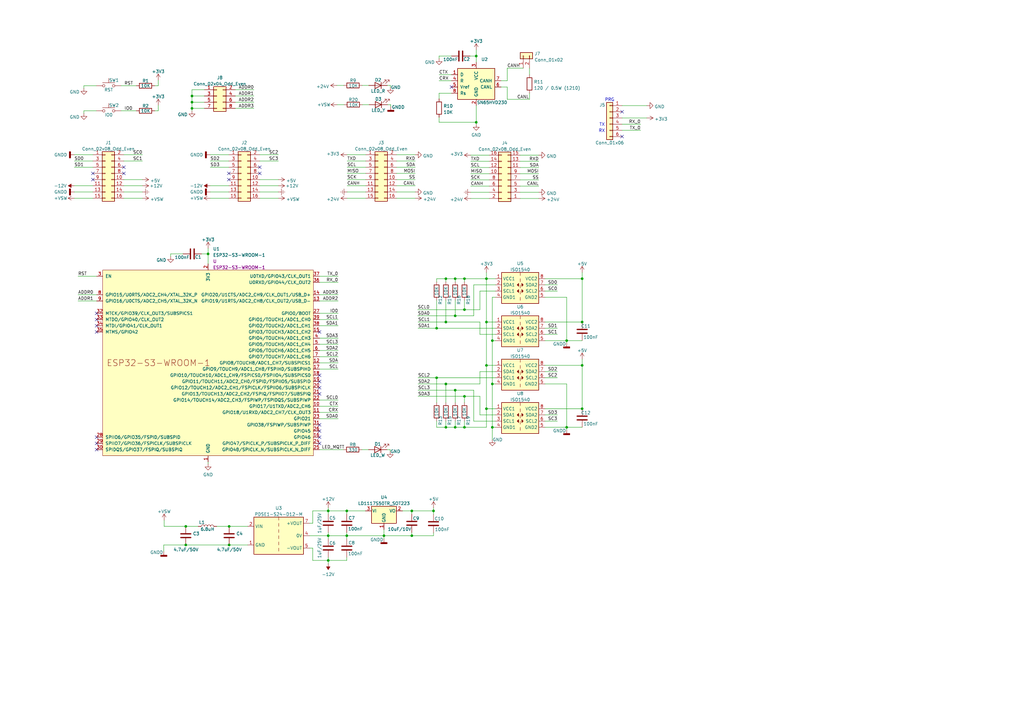
<source format=kicad_sch>
(kicad_sch (version 20211123) (generator eeschema)
  (paper "A3")
  (title_block (title "avert") (date "2023-06-29") (rev "2.1") (company "www.iotvertebrae.com") (comment 1 "Mechanical design: Xavier Pi") (comment 2 "Circuit & PCB design: Jordi Binefa"))
  (junction (at 190.5 162.56))
  (junction (at 142.24 219.71))
  (junction (at 190.5 127))
  (junction (at 195.326 50.165))
  (junction (at 182.88 157.48))
  (junction (at 76.2 215.9))
  (junction (at 201.93 175.26))
  (junction (at 201.93 139.7))
  (junction (at 186.69 129.54))
  (junction (at 179.07 134.62))
  (junction (at 186.69 175.26))
  (junction (at 199.517 132.08))
  (junction (at 238.76 167.64))
  (junction (at 168.91 209.55))
  (junction (at 186.69 160.02))
  (junction (at 199.517 167.64))
  (junction (at 93.98 223.52))
  (junction (at 182.88 132.08))
  (junction (at 134.62 229.87))
  (junction (at 182.88 175.26))
  (junction (at 142.24 209.55))
  (junction (at 199.517 149.86))
  (junction (at 232.41 139.7))
  (junction (at 134.62 209.55))
  (junction (at 93.98 215.9))
  (junction (at 157.48 219.71))
  (junction (at 179.07 154.94))
  (junction (at 238.76 132.08))
  (junction (at 78.74 39.37))
  (junction (at 76.2 223.52))
  (junction (at 182.88 114.3))
  (junction (at 85.344 104.14))
  (junction (at 168.91 219.71))
  (junction (at 177.8 209.55))
  (junction (at 238.76 114.3))
  (junction (at 134.62 219.71))
  (junction (at 186.69 114.3))
  (junction (at 78.74 44.45))
  (junction (at 190.5 114.3))
  (junction (at 238.76 149.86))
  (junction (at 232.41 175.26))
  (junction (at 199.517 114.3))
  (junction (at 195.326 22.987))
  (junction (at 78.74 41.91))
  (junction (at 201.93 157.48))
  (junction (at 190.5 175.26))
  (no_connect (at 131.064 136.144))
  (no_connect (at 39.624 179.324))
  (no_connect (at 38.1 73.66))
  (no_connect (at 131.064 174.244))
  (no_connect (at 255.143 45.847))
  (no_connect (at 255.143 56.007))
  (no_connect (at 39.624 128.524))
  (no_connect (at 131.064 159.004))
  (no_connect (at 50.8 68.58))
  (no_connect (at 93.853 73.66))
  (no_connect (at 131.064 153.924))
  (no_connect (at 39.624 184.404))
  (no_connect (at 106.553 71.12))
  (no_connect (at 39.624 131.064))
  (no_connect (at 38.1 71.12))
  (no_connect (at 39.624 136.144))
  (no_connect (at 39.624 133.604))
  (no_connect (at 39.624 181.864))
  (no_connect (at 50.8 71.12))
  (no_connect (at 106.553 68.58))
  (no_connect (at 131.064 176.784))
  (no_connect (at 131.064 179.324))
  (no_connect (at 131.064 161.544))
  (no_connect (at 93.853 71.12))
  (no_connect (at 131.064 181.864))
  (no_connect (at 131.064 156.464))
  (no_connect (at 185.166 35.687))
  (wire (pts (xy 78.74 44.45) (xy 83.82 44.45)))
  (wire (pts (xy 49.657 35.179) (xy 55.88 35.179)))
  (wire (pts (xy 149.987 66.04) (xy 142.367 66.04)))
  (wire (pts (xy 160.02 184.404) (xy 160.02 185.166)))
  (wire (pts (xy 177.8 208.28) (xy 177.8 209.55)))
  (wire (pts (xy 195.326 22.987) (xy 195.326 25.527)))
  (wire (pts (xy 223.52 175.26) (xy 232.41 175.26)))
  (wire (pts (xy 199.517 167.64) (xy 203.2 167.64)))
  (wire (pts (xy 200.66 63.627) (xy 193.04 63.627)))
  (wire (pts (xy 232.41 175.26) (xy 232.41 176.276)))
  (wire (pts (xy 142.24 229.87) (xy 134.62 229.87)))
  (wire (pts (xy 76.2 223.52) (xy 67.183 223.52)))
  (wire (pts (xy 149.86 209.55) (xy 142.24 209.55)))
  (wire (pts (xy 177.8 219.71) (xy 177.8 218.567)))
  (wire (pts (xy 134.62 208.28) (xy 134.62 209.55)))
  (wire (pts (xy 170.307 81.28) (xy 162.687 81.28)))
  (wire (pts (xy 182.88 123.19) (xy 182.88 132.08)))
  (wire (pts (xy 186.69 160.02) (xy 186.69 165.1)))
  (wire (pts (xy 34.417 45.466) (xy 34.417 46.482)))
  (wire (pts (xy 96.52 41.91) (xy 104.14 41.91)))
  (wire (pts (xy 142.24 228.6) (xy 142.24 229.87)))
  (wire (pts (xy 179.07 154.94) (xy 203.2 154.94)))
  (wire (pts (xy 131.064 184.404) (xy 140.843 184.404)))
  (wire (pts (xy 220.98 81.407) (xy 213.36 81.407)))
  (wire (pts (xy 142.24 218.44) (xy 142.24 219.71)))
  (wire (pts (xy 85.344 104.14) (xy 85.344 108.204)))
  (wire (pts (xy 223.52 152.4) (xy 228.6 152.4)))
  (wire (pts (xy 200.66 81.407) (xy 193.04 81.407)))
  (wire (pts (xy 50.8 76.2) (xy 58.42 76.2)))
  (wire (pts (xy 201.93 139.7) (xy 201.93 157.48)))
  (wire (pts (xy 182.88 157.48) (xy 196.85 157.48)))
  (wire (pts (xy 168.91 209.55) (xy 168.91 210.82)))
  (wire (pts (xy 238.76 111.76) (xy 238.76 114.3)))
  (wire (pts (xy 32.004 123.444) (xy 39.624 123.444)))
  (wire (pts (xy 170.307 78.74) (xy 162.687 78.74)))
  (wire (pts (xy 223.52 149.86) (xy 238.76 149.86)))
  (wire (pts (xy 138.303 42.926) (xy 141.097 42.926)))
  (wire (pts (xy 58.42 63.5) (xy 50.8 63.5)))
  (wire (pts (xy 170.307 73.66) (xy 162.687 73.66)))
  (wire (pts (xy 200.66 76.327) (xy 193.04 76.327)))
  (wire (pts (xy 149.987 73.66) (xy 142.367 73.66)))
  (wire (pts (xy 128.27 214.63) (xy 128.27 209.55)))
  (wire (pts (xy 131.064 131.064) (xy 138.684 131.064)))
  (wire (pts (xy 203.2 170.18) (xy 196.85 170.18)))
  (wire (pts (xy 201.93 121.92) (xy 203.2 121.92)))
  (wire (pts (xy 134.62 219.71) (xy 142.24 219.71)))
  (wire (pts (xy 128.27 209.55) (xy 134.62 209.55)))
  (wire (pts (xy 196.85 137.16) (xy 196.85 132.08)))
  (wire (pts (xy 69.977 104.14) (xy 69.977 105.156)))
  (wire (pts (xy 78.74 41.91) (xy 78.74 44.45)))
  (wire (pts (xy 93.853 78.74) (xy 86.233 78.74)))
  (wire (pts (xy 78.74 41.91) (xy 83.82 41.91)))
  (wire (pts (xy 232.41 139.7) (xy 232.41 121.92)))
  (wire (pts (xy 232.41 139.7) (xy 232.41 140.716)))
  (wire (pts (xy 255.143 53.467) (xy 262.763 53.467)))
  (wire (pts (xy 255.143 43.307) (xy 265.303 43.307)))
  (wire (pts (xy 190.5 172.72) (xy 190.5 175.26)))
  (wire (pts (xy 179.07 123.19) (xy 179.07 134.62)))
  (wire (pts (xy 168.91 219.71) (xy 168.91 218.44)))
  (wire (pts (xy 149.987 63.5) (xy 142.367 63.5)))
  (wire (pts (xy 82.677 104.14) (xy 85.344 104.14)))
  (wire (pts (xy 128.27 224.79) (xy 127 224.79)))
  (wire (pts (xy 131.064 166.624) (xy 138.684 166.624)))
  (wire (pts (xy 180.086 22.987) (xy 180.086 24.003)))
  (wire (pts (xy 179.07 154.94) (xy 179.07 165.1)))
  (wire (pts (xy 185.166 22.987) (xy 180.086 22.987)))
  (wire (pts (xy 78.74 36.83) (xy 78.74 39.37)))
  (wire (pts (xy 220.98 63.627) (xy 213.36 63.627)))
  (wire (pts (xy 131.064 143.764) (xy 138.684 143.764)))
  (wire (pts (xy 182.88 132.08) (xy 196.85 132.08)))
  (wire (pts (xy 232.41 175.26) (xy 232.41 157.48)))
  (wire (pts (xy 223.52 172.72) (xy 228.6 172.72)))
  (wire (pts (xy 205.486 33.147) (xy 208.026 33.147)))
  (wire (pts (xy 190.5 123.19) (xy 190.5 127)))
  (wire (pts (xy 131.064 164.084) (xy 138.684 164.084)))
  (wire (pts (xy 223.52 170.18) (xy 228.6 170.18)))
  (wire (pts (xy 223.52 154.94) (xy 228.6 154.94)))
  (wire (pts (xy 63.5 45.466) (xy 64.897 45.466)))
  (wire (pts (xy 223.52 167.64) (xy 238.76 167.64)))
  (wire (pts (xy 93.853 63.5) (xy 86.233 63.5)))
  (wire (pts (xy 238.76 149.86) (xy 238.76 167.64)))
  (wire (pts (xy 171.323 129.54) (xy 186.69 129.54)))
  (wire (pts (xy 223.52 116.84) (xy 228.6 116.84)))
  (wire (pts (xy 131.064 141.224) (xy 138.684 141.224)))
  (wire (pts (xy 199.517 114.3) (xy 203.2 114.3)))
  (wire (pts (xy 196.85 162.56) (xy 196.85 170.18)))
  (wire (pts (xy 223.52 139.7) (xy 232.41 139.7)))
  (wire (pts (xy 58.42 66.04) (xy 50.8 66.04)))
  (wire (pts (xy 127 214.63) (xy 128.27 214.63)))
  (wire (pts (xy 182.88 114.3) (xy 182.88 115.57)))
  (wire (pts (xy 200.66 78.867) (xy 193.04 78.867)))
  (wire (pts (xy 223.52 119.38) (xy 228.6 119.38)))
  (wire (pts (xy 220.98 68.707) (xy 213.36 68.707)))
  (wire (pts (xy 114.173 73.66) (xy 106.553 73.66)))
  (wire (pts (xy 39.497 35.179) (xy 34.417 35.179)))
  (wire (pts (xy 182.88 172.72) (xy 182.88 175.26)))
  (wire (pts (xy 179.07 175.26) (xy 182.88 175.26)))
  (wire (pts (xy 149.987 78.74) (xy 142.367 78.74)))
  (wire (pts (xy 186.69 114.3) (xy 190.5 114.3)))
  (wire (pts (xy 58.42 81.28) (xy 50.8 81.28)))
  (wire (pts (xy 134.62 219.71) (xy 134.62 220.98)))
  (wire (pts (xy 38.1 66.04) (xy 30.48 66.04)))
  (wire (pts (xy 180.086 30.607) (xy 185.166 30.607)))
  (wire (pts (xy 96.52 36.83) (xy 104.14 36.83)))
  (wire (pts (xy 203.2 119.38) (xy 196.85 119.38)))
  (wire (pts (xy 179.07 134.62) (xy 203.2 134.62)))
  (wire (pts (xy 186.69 114.3) (xy 186.69 115.57)))
  (wire (pts (xy 76.2 215.9) (xy 81.28 215.9)))
  (wire (pts (xy 134.62 218.44) (xy 134.62 219.71)))
  (wire (pts (xy 179.07 115.57) (xy 179.07 114.3)))
  (wire (pts (xy 170.307 63.5) (xy 162.687 63.5)))
  (wire (pts (xy 131.064 133.604) (xy 138.684 133.604)))
  (wire (pts (xy 158.877 35.052) (xy 160.147 35.052)))
  (wire (pts (xy 114.173 66.04) (xy 106.553 66.04)))
  (wire (pts (xy 180.086 48.133) (xy 180.086 50.165)))
  (wire (pts (xy 64.897 43.18) (xy 64.897 45.466)))
  (wire (pts (xy 157.48 217.17) (xy 157.48 219.71)))
  (wire (pts (xy 134.62 209.55) (xy 134.62 210.82)))
  (wire (pts (xy 171.45 132.08) (xy 182.88 132.08)))
  (wire (pts (xy 93.853 68.58) (xy 86.233 68.58)))
  (wire (pts (xy 38.1 63.5) (xy 30.48 63.5)))
  (wire (pts (xy 131.064 171.704) (xy 138.684 171.704)))
  (wire (pts (xy 131.064 169.164) (xy 138.684 169.164)))
  (wire (pts (xy 157.48 219.71) (xy 157.48 220.98)))
  (wire (pts (xy 93.98 223.52) (xy 101.6 223.52)))
  (wire (pts (xy 190.5 162.56) (xy 190.5 165.1)))
  (wire (pts (xy 180.086 33.147) (xy 185.166 33.147)))
  (wire (pts (xy 182.88 114.3) (xy 186.69 114.3)))
  (wire (pts (xy 88.9 215.9) (xy 93.98 215.9)))
  (wire (pts (xy 208.026 40.767) (xy 208.026 35.687)))
  (wire (pts (xy 194.31 172.72) (xy 203.2 172.72)))
  (wire (pts (xy 134.62 229.87) (xy 128.27 229.87)))
  (wire (pts (xy 200.66 73.787) (xy 193.04 73.787)))
  (wire (pts (xy 168.91 219.71) (xy 177.8 219.71)))
  (wire (pts (xy 200.66 66.167) (xy 193.04 66.167)))
  (wire (pts (xy 32.004 113.284) (xy 39.624 113.284)))
  (wire (pts (xy 38.1 68.58) (xy 30.48 68.58)))
  (wire (pts (xy 238.76 114.3) (xy 238.76 132.08)))
  (wire (pts (xy 131.064 151.384) (xy 138.684 151.384)))
  (wire (pts (xy 49.657 45.466) (xy 55.88 45.466)))
  (wire (pts (xy 199.517 167.64) (xy 199.517 175.26)))
  (wire (pts (xy 203.2 175.26) (xy 201.93 175.26)))
  (wire (pts (xy 223.52 137.16) (xy 228.6 137.16)))
  (wire (pts (xy 177.8 209.55) (xy 177.8 210.947)))
  (wire (pts (xy 208.026 27.94) (xy 208.026 33.147)))
  (wire (pts (xy 58.42 73.66) (xy 50.8 73.66)))
  (wire (pts (xy 78.74 39.37) (xy 83.82 39.37)))
  (wire (pts (xy 149.987 68.58) (xy 142.367 68.58)))
  (wire (pts (xy 85.344 189.484) (xy 85.344 190.246)))
  (wire (pts (xy 190.5 114.3) (xy 199.517 114.3)))
  (wire (pts (xy 220.98 78.867) (xy 213.36 78.867)))
  (wire (pts (xy 142.24 209.55) (xy 134.62 209.55)))
  (wire (pts (xy 38.1 76.2) (xy 30.48 76.2)))
  (wire (pts (xy 255.143 48.387) (xy 265.303 48.387)))
  (wire (pts (xy 223.52 132.08) (xy 238.76 132.08)))
  (wire (pts (xy 199.517 132.08) (xy 199.517 149.86)))
  (wire (pts (xy 182.88 157.48) (xy 182.88 165.1)))
  (wire (pts (xy 131.064 115.824) (xy 138.684 115.824)))
  (wire (pts (xy 64.897 32.893) (xy 64.897 35.179)))
  (wire (pts (xy 157.48 219.71) (xy 168.91 219.71)))
  (wire (pts (xy 93.98 215.9) (xy 101.6 215.9)))
  (wire (pts (xy 32.004 120.904) (xy 39.624 120.904)))
  (wire (pts (xy 199.517 111.76) (xy 199.517 114.3)))
  (wire (pts (xy 131.064 120.904) (xy 138.684 120.904)))
  (wire (pts (xy 168.91 209.55) (xy 177.8 209.55)))
  (wire (pts (xy 93.853 66.04) (xy 86.233 66.04)))
  (wire (pts (xy 170.307 68.58) (xy 162.687 68.58)))
  (wire (pts (xy 165.1 209.55) (xy 168.91 209.55)))
  (wire (pts (xy 128.27 229.87) (xy 128.27 224.79)))
  (wire (pts (xy 194.31 116.84) (xy 194.31 129.54)))
  (wire (pts (xy 203.2 152.4) (xy 196.85 152.4)))
  (wire (pts (xy 195.326 20.447) (xy 195.326 22.987)))
  (wire (pts (xy 195.326 50.165) (xy 195.326 50.927)))
  (wire (pts (xy 199.517 149.86) (xy 203.2 149.86)))
  (wire (pts (xy 39.497 45.466) (xy 34.417 45.466)))
  (wire (pts (xy 223.52 134.62) (xy 228.6 134.62)))
  (wire (pts (xy 85.344 101.854) (xy 85.344 104.14)))
  (wire (pts (xy 199.517 132.08) (xy 203.2 132.08)))
  (wire (pts (xy 171.45 162.56) (xy 190.5 162.56)))
  (wire (pts (xy 160.274 42.926) (xy 160.274 43.688)))
  (wire (pts (xy 208.026 35.687) (xy 205.486 35.687)))
  (wire (pts (xy 159.004 42.926) (xy 160.274 42.926)))
  (wire (pts (xy 208.026 40.767) (xy 217.17 40.767)))
  (wire (pts (xy 142.24 219.71) (xy 142.24 220.98)))
  (wire (pts (xy 96.52 39.37) (xy 104.14 39.37)))
  (wire (pts (xy 223.52 114.3) (xy 238.76 114.3)))
  (wire (pts (xy 83.82 36.83) (xy 78.74 36.83)))
  (wire (pts (xy 232.41 121.92) (xy 223.52 121.92)))
  (wire (pts (xy 190.5 162.56) (xy 196.85 162.56)))
  (wire (pts (xy 186.69 175.26) (xy 190.5 175.26)))
  (wire (pts (xy 195.326 43.307) (xy 195.326 50.165)))
  (wire (pts (xy 131.064 123.444) (xy 138.684 123.444)))
  (wire (pts (xy 171.45 154.94) (xy 179.07 154.94)))
  (wire (pts (xy 185.166 38.227) (xy 180.086 38.227)))
  (wire (pts (xy 232.41 175.26) (xy 238.76 175.26)))
  (wire (pts (xy 238.76 147.32) (xy 238.76 149.86)))
  (wire (pts (xy 203.2 137.16) (xy 196.85 137.16)))
  (wire (pts (xy 201.93 139.7) (xy 201.93 121.92)))
  (wire (pts (xy 76.2 215.9) (xy 67.31 215.9)))
  (wire (pts (xy 78.74 39.37) (xy 78.74 41.91)))
  (wire (pts (xy 93.853 81.28) (xy 86.233 81.28)))
  (wire (pts (xy 171.45 160.02) (xy 186.69 160.02)))
  (wire (pts (xy 199.517 114.3) (xy 199.517 132.08)))
  (wire (pts (xy 131.064 148.844) (xy 138.684 148.844)))
  (wire (pts (xy 255.143 50.927) (xy 262.763 50.927)))
  (wire (pts (xy 134.62 229.87) (xy 134.62 231.14)))
  (wire (pts (xy 186.69 172.72) (xy 186.69 175.26)))
  (wire (pts (xy 213.36 76.327) (xy 220.98 76.327)))
  (wire (pts (xy 171.45 157.48) (xy 182.88 157.48)))
  (wire (pts (xy 201.93 157.48) (xy 201.93 175.26)))
  (wire (pts (xy 217.17 38.227) (xy 217.17 40.767)))
  (wire (pts (xy 142.24 209.55) (xy 142.24 210.82)))
  (wire (pts (xy 149.987 76.2) (xy 142.367 76.2)))
  (wire (pts (xy 200.66 71.247) (xy 193.04 71.247)))
  (wire (pts (xy 93.853 76.2) (xy 86.233 76.2)))
  (wire (pts (xy 75.057 104.14) (xy 69.977 104.14)))
  (wire (pts (xy 58.42 78.74) (xy 50.8 78.74)))
  (wire (pts (xy 34.417 35.179) (xy 34.417 36.195)))
  (wire (pts (xy 171.323 127) (xy 190.5 127)))
  (wire (pts (xy 203.2 116.84) (xy 194.31 116.84)))
  (wire (pts (xy 217.17 27.94) (xy 217.17 30.607)))
  (wire (pts (xy 220.98 71.247) (xy 213.36 71.247)))
  (wire (pts (xy 158.75 184.404) (xy 160.02 184.404)))
  (wire (pts (xy 192.786 22.987) (xy 195.326 22.987)))
  (wire (pts (xy 199.517 175.26) (xy 190.5 175.26)))
  (wire (pts (xy 201.93 157.48) (xy 203.2 157.48)))
  (wire (pts (xy 131.064 113.284) (xy 138.684 113.284)))
  (wire (pts (xy 114.173 78.74) (xy 106.553 78.74)))
  (wire (pts (xy 67.183 223.52) (xy 67.183 226.187)))
  (wire (pts (xy 170.307 66.04) (xy 162.687 66.04)))
  (wire (pts (xy 38.1 78.74) (xy 30.48 78.74)))
  (wire (pts (xy 201.93 139.7) (xy 203.2 139.7)))
  (wire (pts (xy 186.69 160.02) (xy 194.31 160.02)))
  (wire (pts (xy 199.517 149.86) (xy 199.517 167.64)))
  (wire (pts (xy 179.07 172.72) (xy 179.07 175.26)))
  (wire (pts (xy 131.064 128.524) (xy 138.684 128.524)))
  (wire (pts (xy 232.41 139.7) (xy 238.76 139.7)))
  (wire (pts (xy 170.307 71.12) (xy 162.687 71.12)))
  (wire (pts (xy 201.93 175.26) (xy 201.93 180.34)))
  (wire (pts (xy 214.63 27.94) (xy 208.026 27.94)))
  (wire (pts (xy 220.98 73.787) (xy 213.36 73.787)))
  (wire (pts (xy 149.987 71.12) (xy 142.367 71.12)))
  (wire (pts (xy 200.66 68.707) (xy 193.04 68.707)))
  (wire (pts (xy 194.31 160.02) (xy 194.31 172.72)))
  (wire (pts (xy 220.98 66.167) (xy 213.36 66.167)))
  (wire (pts (xy 162.687 76.2) (xy 170.307 76.2)))
  (wire (pts (xy 148.717 42.926) (xy 151.384 42.926)))
  (wire (pts (xy 149.987 81.28) (xy 142.367 81.28)))
  (wire (pts (xy 148.59 35.052) (xy 151.257 35.052)))
  (wire (pts (xy 179.07 114.3) (xy 182.88 114.3)))
  (wire (pts (xy 186.69 123.19) (xy 186.69 129.54)))
  (wire (pts (xy 96.52 44.45) (xy 104.14 44.45)))
  (wire (pts (xy 171.45 134.62) (xy 179.07 134.62)))
  (wire (pts (xy 180.086 38.227) (xy 180.086 40.513)))
  (wire (pts (xy 160.147 35.052) (xy 160.147 35.814)))
  (wire (pts (xy 63.5 35.179) (xy 64.897 35.179)))
  (wire (pts (xy 180.086 50.165) (xy 195.326 50.165)))
  (wire (pts (xy 76.2 223.52) (xy 93.98 223.52)))
  (wire (pts (xy 67.31 215.9) (xy 67.31 213.36)))
  (wire (pts (xy 190.5 127) (xy 196.85 127)))
  (wire (pts (xy 38.1 81.28) (xy 30.48 81.28)))
  (wire (pts (xy 106.553 76.2) (xy 114.173 76.2)))
  (wire (pts (xy 142.24 219.71) (xy 157.48 219.71)))
  (wire (pts (xy 186.69 129.54) (xy 194.31 129.54)))
  (wire (pts (xy 196.85 119.38) (xy 196.85 127)))
  (wire (pts (xy 232.41 157.48) (xy 223.52 157.48)))
  (wire (pts (xy 131.064 146.304) (xy 138.684 146.304)))
  (wire (pts (xy 127 219.71) (xy 134.62 219.71)))
  (wire (pts (xy 190.5 114.3) (xy 190.5 115.57)))
  (wire (pts (xy 134.62 229.87) (xy 134.62 228.6)))
  (wire (pts (xy 114.173 81.28) (xy 106.553 81.28)))
  (wire (pts (xy 78.74 44.45) (xy 78.74 45.466)))
  (wire (pts (xy 138.176 35.052) (xy 140.97 35.052)))
  (wire (pts (xy 114.173 63.5) (xy 106.553 63.5)))
  (wire (pts (xy 182.88 175.26) (xy 186.69 175.26)))
  (wire (pts (xy 131.064 138.684) (xy 138.684 138.684)))
  (wire (pts (xy 196.85 152.4) (xy 196.85 157.48)))
  (wire (pts (xy 148.463 184.404) (xy 151.13 184.404)))
  (text "RX" (at 245.491 54.483 0) (effects (font (size 1.27 1.27)) (justify left bottom)))
  (text "TX" (at 245.745 51.943 0) (effects (font (size 1.27 1.27)) (justify left bottom)))
  (text "PRG" (at 248.031 41.783 0) (effects (font (size 1.27 1.27)) (justify left bottom)))
  (label "SCK" (at 142.367 73.66 0))
  (label "SCL3" (at 171.45 160.02 0))
  (label "CANH" (at 193.04 76.327 0))
  (label "SD2" (at 86.233 66.04 0))
  (label "TXD" (at 193.04 66.167 0))
  (label "RX_0" (at 138.684 115.824 180))
  (label "ADDR0" (at 104.14 36.83 180))
  (label "TXD" (at 142.367 66.04 0))
  (label "SS" (at 220.98 73.787 180))
  (label "CANH" (at 208.026 27.94 0))
  (label "SC3" (at 114.173 66.04 180))
  (label "SCL3" (at 138.684 141.224 180))
  (label "ADDR3" (at 138.684 120.904 180))
  (label "RXD" (at 220.98 66.167 180))
  (label "RST" (at 32.004 113.284 0))
  (label "TX_0" (at 138.684 113.284 180))
  (label "ADDR1" (at 104.14 39.37 180))
  (label "ADDR2" (at 138.684 123.444 180))
  (label "SD3" (at 86.233 68.58 0))
  (label "SCL1" (at 171.45 132.08 0))
  (label "SD0" (at 30.48 66.04 0))
  (label "ADDR2" (at 104.14 41.91 180))
  (label "SDA2" (at 171.45 157.48 0))
  (label "SDA3" (at 138.684 138.684 180))
  (label "SCL" (at 193.04 68.707 0))
  (label "SC2" (at 114.173 63.5 180))
  (label "RST" (at 54.61 35.179 180))
  (label "SD1" (at 30.48 68.58 0))
  (label "SDA2" (at 138.684 143.764 180))
  (label "SD1" (at 228.6 134.62 180))
  (label "SCL2" (at 138.684 146.304 180))
  (label "SD3" (at 228.6 170.18 180))
  (label "SC0" (at 58.42 63.5 180))
  (label "SC1" (at 58.42 66.04 180))
  (label "LED_MQTT" (at 131.953 184.404 0))
  (label "SCL2" (at 171.45 154.94 0))
  (label "SC2" (at 228.6 154.94 180))
  (label "SCL1" (at 138.684 131.064 180))
  (label "SC1" (at 228.6 137.16 180))
  (label "SCL0" (at 138.684 164.084 180))
  (label "MOSI" (at 170.307 71.12 180))
  (label "SCK" (at 193.04 73.787 0))
  (label "IO0" (at 138.684 128.524 180))
  (label "SDA1" (at 138.684 133.604 180))
  (label "ADDR0" (at 32.004 120.904 0))
  (label "SDA3" (at 171.45 162.56 0))
  (label "CRX" (at 180.086 33.147 0))
  (label "MISO" (at 142.367 71.12 0))
  (label "MOSI" (at 220.98 71.247 180))
  (label "CRX" (at 138.684 169.164 180))
  (label "SDA" (at 138.684 148.844 180))
  (label "RX_0" (at 262.763 50.927 180))
  (label "SCL0" (at 171.323 127 0))
  (label "RXD" (at 170.307 66.04 180))
  (label "SC3" (at 228.6 172.72 180))
  (label "CANH" (at 142.367 76.2 0))
  (label "SDA1" (at 171.45 134.62 0))
  (label "TX_0" (at 262.763 53.467 180))
  (label "CTX" (at 180.086 30.607 0))
  (label "CANL" (at 170.307 76.2 180))
  (label "ADDR3" (at 104.14 44.45 180))
  (label "SC0" (at 228.6 119.38 180))
  (label "MISO" (at 193.04 71.247 0))
  (label "SDA" (at 220.98 68.707 180))
  (label "SS" (at 170.307 73.66 180))
  (label "IO0" (at 54.356 45.466 180))
  (label "SCL" (at 138.684 151.384 180))
  (label "CANL" (at 220.98 76.327 180))
  (label "CANL" (at 212.09 40.767 0))
  (label "SDA0" (at 138.684 171.704 180))
  (label "SDA" (at 170.307 68.58 180))
  (label "CTX" (at 138.684 166.624 180))
  (label "SD2" (at 228.6 152.4 180))
  (label "SCL" (at 142.367 68.58 0))
  (label "SDA0" (at 171.323 129.54 0))
  (label "SD0" (at 228.6 116.84 180))
  (label "ADDR1" (at 32.004 123.444 0))
  (symbol (lib_id "ecat02_Library:PDSE1-S24-D12-M") (at 114.3 219.71 0) (unit 1)
    (property "Reference" "U3" (at 114.3 208.3902 0))
    (property "Value" "PDSE1-S24-D12-M" (at 114.3 210.9271 0))
    (property "Footprint" "Cui_Converter_DCDC:PDESE1-S24-D12-M" (effects hide))
    (property "Datasheet" "https://www.cui.com/product/resource/pdse1-m.pdf" (effects hide))
  )
  (symbol (lib_id "Connector_Generic:Conn_02x04_Odd_Even") (at 88.9 39.37 0) (unit 1)
    (property "Reference" "J8" (at 90.17 31.8602 0))
    (property "Value" "Conn_02x04_Odd_Even" (at 90.17 34.3971 0))
    (property "Footprint" "Connector_PinHeader_2.54mm:PinHeader_2x04_P2.54mm_Vertical" (effects hide))
  )
  (symbol (lib_id "power:+5V") (at 238.76 111.76 0) (unit 1)
    (property "Reference" "#PWR060" (effects hide))
    (property "Value" "+5V" (at 238.76 108.1842 0))
  )
  (symbol (lib_id "Connector_Generic:Conn_01x06") (at 250.063 48.387 0) (mirror y) (unit 1)
    (property "Reference" "J5" (at 247.015 43.053 0))
    (property "Value" "Conn_01x06" (at 250.063 58.547 0))
    (property "Footprint" "Connector_PinSocket_2.54mm:PinSocket_1x06_P2.54mm_Vertical" (effects hide))
  )
  (symbol (lib_id "Regulator_Linear:LD1117S50TR_SOT223") (at 157.48 209.55 0) (unit 1)
    (property "Reference" "U4" (at 157.48 203.9452 0))
    (property "Value" "LD1117S50TR_SOT223" (at 157.48 206.4821 0))
    (property "Footprint" "Package_TO_SOT_SMD:SOT-223-3_TabPin2" (effects hide))
    (property "Datasheet" "http://www.st.com/st-web-ui/static/active/en/resource/technical/document/datasheet/CD00000544.pdf" (effects hide))
  )
  (symbol (lib_id "Device:R") (at 144.907 42.926 90) (unit 1)
    (property "Reference" "R20" (at 144.907 40.894 90))
    (property "Value" "10K" (at 145.034 43.053 90))
    (property "Footprint" "Resistor_SMD:R_0805_2012Metric_Pad1.20x1.40mm_HandSolder" (effects hide))
  )
  (symbol (lib_id "power:+3V3") (at 142.367 63.5 90) (unit 1)
    (property "Reference" "#PWR029" (effects hide))
    (property "Value" "+3V3" (at 139.192 63.0662 90) (effects (justify left)))
  )
  (symbol (lib_id "power:GNDD") (at 30.48 78.74 270) (unit 1)
    (property "Reference" "#PWR03" (effects hide))
    (property "Value" "GNDD" (at 24.892 78.74 90))
  )
  (symbol (lib_id "Connector_Generic:Conn_02x08_Odd_Even") (at 43.18 71.12 0) (unit 1)
    (property "Reference" "J1" (at 44.45 58.5302 0))
    (property "Value" "Conn_02x08_Odd_Even" (at 44.45 61.0671 0))
    (property "Footprint" "Connector_IDC:IDC-Header_2x08_P2.54mm_Vertical" (effects hide))
  )
  (symbol (lib_id "power:-12V") (at 134.62 231.14 180) (unit 1)
    (property "Reference" "#PWR053" (effects hide))
    (property "Value" "-12V" (at 134.62 235.5834 0))
  )
  (symbol (lib_id "Device:C") (at 188.976 22.987 90) (unit 1)
    (property "Reference" "C2" (at 191.389 24.257 90))
    (property "Value" "100nF" (at 184.785 24.384 90))
    (property "Footprint" "Capacitor_SMD:C_0805_2012Metric_Pad1.18x1.45mm_HandSolder" (effects hide))
  )
  (symbol (lib_id "power:GND") (at 34.417 36.195 0) (unit 1)
    (property "Reference" "#PWR05" (effects hide))
    (property "Value" "GND" (at 30.607 37.719 0))
  )
  (symbol (lib_id "power:+VSW") (at 138.303 42.926 90) (unit 1)
    (property "Reference" "#PWR0101" (effects hide))
    (property "Value" "+VSW" (at 130.048 42.926 90) (effects (justify right)))
  )
  (symbol (lib_id "Device:C") (at 134.62 224.79 0) (unit 1)
    (property "Reference" "C6" (at 135.001 222.758 0) (effects (justify left)))
    (property "Value" "1uF/25V" (at 131.064 228.981 90) (effects (justify left)))
    (property "Footprint" "Capacitor_SMD:C_0805_2012Metric_Pad1.18x1.45mm_HandSolder" (effects hide))
  )
  (symbol (lib_id "power:GND") (at 220.98 78.867 90) (unit 1)
    (property "Reference" "#PWR044" (effects hide))
    (property "Value" "GND" (at 224.155 79.3008 90) (effects (justify right)))
  )
  (symbol (lib_id "power:+5V") (at 114.173 73.66 270) (unit 1)
    (property "Reference" "#PWR026" (effects hide))
    (property "Value" "+5V" (at 117.348 74.0938 90) (effects (justify left)))
  )
  (symbol (lib_id "power:GND") (at 85.344 190.246 0) (unit 1)
    (property "Reference" "#PWR018" (effects hide))
    (property "Value" "GND" (at 85.344 194.6894 0))
  )
  (symbol (lib_id "power:Earth") (at 193.04 78.867 270) (unit 1)
    (property "Reference" "#PWR039" (effects hide))
    (property "Value" "Earth" (effects hide))
  )
  (symbol (lib_id "power:GNDD") (at 160.274 43.688 0) (unit 1)
    (property "Reference" "#PWR?" (effects hide))
    (property "Value" "GNDD" (at 163.322 43.942 0))
  )
  (symbol (lib_id "Device:R") (at 144.78 35.052 90) (unit 1)
    (property "Reference" "R9" (at 144.78 33.02 90))
    (property "Value" "10K" (at 144.907 35.179 90))
    (property "Footprint" "Resistor_SMD:R_0805_2012Metric_Pad1.20x1.40mm_HandSolder" (effects hide))
  )
  (symbol (lib_id "power:+24V") (at 138.176 35.052 90) (unit 1)
    (property "Reference" "#PWR028" (effects hide))
    (property "Value" "+24V" (at 135.001 35.4858 90) (effects (justify left)))
  )
  (symbol (lib_id "power:GND") (at 78.74 45.466 0) (unit 1)
    (property "Reference" "#PWR016" (effects hide))
    (property "Value" "GND" (at 74.93 46.99 0))
  )
  (symbol (lib_id "power:+24V") (at 142.367 81.28 90) (unit 1)
    (property "Reference" "#PWR031" (effects hide))
    (property "Value" "+24V" (at 139.192 81.7138 90) (effects (justify left)))
  )
  (symbol (lib_id "power:GND") (at 160.02 185.166 0) (unit 1)
    (property "Reference" "#PWR032" (effects hide))
    (property "Value" "GND" (at 162.179 185.166 0))
  )
  (symbol (lib_id "Device:C") (at 238.76 171.45 180) (unit 1)
    (property "Reference" "C12" (at 240.284 169.291 0))
    (property "Value" "100nF" (at 242.316 173.863 0))
    (property "Footprint" "Capacitor_SMD:C_0805_2012Metric_Pad1.18x1.45mm_HandSolder" (effects hide))
  )
  (symbol (lib_id "power:+5V") (at 177.8 208.28 0) (unit 1)
    (property "Reference" "#PWR055" (effects hide))
    (property "Value" "+5V" (at 177.8 204.7042 0))
  )
  (symbol (lib_id "Switch:SW_Push") (at 44.577 45.466 0) (unit 1)
    (property "Reference" "SW2" (at 46.736 43.18 0))
    (property "Value" "IO0" (at 44.577 47.117 0))
    (property "Footprint" "Button_Switch_SMD:SW_SPST_CK_RS282G05A3" (effects hide))
  )
  (symbol (lib_id "Device:R") (at 179.07 119.38 0) (unit 1)
    (property "Reference" "R12" (at 180.594 124.968 90) (effects (justify left)))
    (property "Value" "10K" (at 179.07 121.285 90) (effects (justify left)))
    (property "Footprint" "Resistor_SMD:R_0805_2012Metric_Pad1.20x1.40mm_HandSolder" (effects hide))
  )
  (symbol (lib_id "Device:LED") (at 154.94 184.404 180) (unit 1)
    (property "Reference" "D1" (at 154.94 182.118 0))
    (property "Value" "LED_W" (at 154.94 186.69 0))
    (property "Footprint" "LED_SMD:LED_1206_3216Metric_Pad1.42x1.75mm_HandSolder" (effects hide))
  )
  (symbol (lib_id "power:+5V") (at 238.76 147.32 0) (unit 1)
    (property "Reference" "#PWR061" (effects hide))
    (property "Value" "+5V" (at 238.76 143.7442 0))
  )
  (symbol (lib_id "Isolator:ISO1540") (at 213.36 152.4 0) (unit 1)
    (property "Reference" "U7" (at 213.36 143.6202 0))
    (property "Value" "ISO1540" (at 213.36 146.1571 0))
    (property "Footprint" "Package_SO:SOIC-8_3.9x4.9mm_P1.27mm" (effects hide))
    (property "Datasheet" "http://www.ti.com/lit/ds/symlink/iso1541.pdf" (effects hide))
  )
  (symbol (lib_id "Device:R") (at 186.69 119.38 0) (unit 1)
    (property "Reference" "R16" (at 188.214 124.968 90) (effects (justify left)))
    (property "Value" "10K" (at 186.69 121.285 90) (effects (justify left)))
    (property "Footprint" "Resistor_SMD:R_0805_2012Metric_Pad1.20x1.40mm_HandSolder" (effects hide))
  )
  (symbol (lib_id "power:GND") (at 180.086 24.003 0) (unit 1)
    (property "Reference" "#PWR037" (effects hide))
    (property "Value" "GND" (at 176.276 25.527 0))
  )
  (symbol (lib_id "power:+12V") (at 134.62 208.28 0) (unit 1)
    (property "Reference" "#PWR052" (effects hide))
    (property "Value" "+12V" (at 134.62 204.7042 0))
  )
  (symbol (lib_id "power:GND") (at 195.326 50.927 0) (unit 1)
    (property "Reference" "#PWR042" (effects hide))
    (property "Value" "GND" (at 195.326 55.3704 0))
  )
  (symbol (lib_id "Connector_Generic:Conn_02x08_Odd_Even") (at 98.933 71.12 0) (unit 1)
    (property "Reference" "J2" (at 100.203 58.5302 0))
    (property "Value" "Conn_02x08_Odd_Even" (at 100.203 61.0671 0))
    (property "Footprint" "Connector_IDC:IDC-Header_2x08_P2.54mm_Vertical" (effects hide))
  )
  (symbol (lib_id "Device:C") (at 134.62 214.63 0) (unit 1)
    (property "Reference" "C5" (at 135.001 212.471 0) (effects (justify left)))
    (property "Value" "1uF/25V" (at 131.064 218.821 90) (effects (justify left)))
    (property "Footprint" "Capacitor_SMD:C_0805_2012Metric_Pad1.18x1.45mm_HandSolder" (effects hide))
  )
  (symbol (lib_id "power:GND") (at 160.147 35.814 0) (unit 1)
    (property "Reference" "#PWR033" (effects hide))
    (property "Value" "GND" (at 162.306 35.814 0))
  )
  (symbol (lib_id "power:GNDD") (at 30.48 63.5 270) (unit 1)
    (property "Reference" "#PWR01" (effects hide))
    (property "Value" "GNDD" (at 24.892 63.5 90))
  )
  (symbol (lib_id "Device:R") (at 180.086 44.323 0) (unit 1)
    (property "Reference" "R10" (at 181.864 43.4883 0) (effects (justify left)))
    (property "Value" "10K" (at 181.864 46.0252 0) (effects (justify left)))
    (property "Footprint" "Resistor_SMD:R_0805_2012Metric_Pad1.20x1.40mm_HandSolder" (effects hide))
  )
  (symbol (lib_id "Interface_CAN_LIN:SN65HVD230") (at 195.326 33.147 0) (unit 1)
    (property "Reference" "U2" (at 197.3454 24.3672 0) (effects (justify left)))
    (property "Value" "SN65HVD230" (at 195.58 42.037 0) (effects (justify left)))
    (property "Footprint" "Package_SO:SOIC-8_3.9x4.9mm_P1.27mm" (effects hide))
    (property "Datasheet" "http://www.ti.com/lit/ds/symlink/sn65hvd230.pdf" (effects hide))
  )
  (symbol (lib_id "power:+VSW") (at 58.42 81.28 270) (unit 1)
    (property "Reference" "#PWR011" (effects hide))
    (property "Value" "+VSW" (at 61.595 81.7138 90) (effects (justify left)))
  )
  (symbol (lib_id "Device:R") (at 217.17 34.417 0) (unit 1)
    (property "Reference" "R11" (at 218.948 33.5823 0) (effects (justify left)))
    (property "Value" "120 / 0.5W (1210)" (at 218.948 36.1192 0) (effects (justify left)))
    (property "Footprint" "Resistor_SMD:R_1210_3225Metric_Pad1.30x2.65mm_HandSolder" (effects hide))
  )
  (symbol (lib_id "power:+12V") (at 114.173 76.2 270) (unit 1)
    (property "Reference" "#PWR027" (effects hide))
    (property "Value" "+12V" (at 122.428 76.2 90) (effects (justify right)))
  )
  (symbol (lib_id "power:+12V") (at 58.42 76.2 270) (unit 1)
    (property "Reference" "#PWR09" (effects hide))
    (property "Value" "+12V" (at 66.675 76.2 90) (effects (justify right)))
  )
  (symbol (lib_id "power:GND") (at 34.417 46.482 0) (unit 1)
    (property "Reference" "#PWR06" (effects hide))
    (property "Value" "GND" (at 30.607 48.006 0))
  )
  (symbol (lib_id "Device:R") (at 179.07 168.91 0) (unit 1)
    (property "Reference" "R13" (at 180.594 174.498 90) (effects (justify left)))
    (property "Value" "10K" (at 179.07 170.815 90) (effects (justify left)))
    (property "Footprint" "Resistor_SMD:R_0805_2012Metric_Pad1.20x1.40mm_HandSolder" (effects hide))
  )
  (symbol (lib_id "power:+3V3") (at 64.897 32.893 0) (unit 1)
    (property "Reference" "#PWR012" (effects hide))
    (property "Value" "+3V3" (at 64.897 29.3172 0))
  )
  (symbol (lib_id "Espressif:ESP32-S3-WROOM-1") (at 85.344 148.844 0) (unit 1)
    (property "Reference" "U1" (at 87.3634 102.0974 0) (effects (justify left)))
    (property "Value" "ESP32-S3-WROOM-1" (at 87.3634 104.6343 0) (effects (justify left)))
    (property "Footprint" "Espressif:ESP32-S3-WROOM-1U" (effects hide))
    (property "Reference_1" "U" (at 87.3634 107.1712 0) (effects (justify left)))
    (property "Value_1" "ESP32-S3-WROOM-1" (at 87.3634 109.7081 0) (effects (justify left)))
    (property "Footprint_1" "Espressif:ESP32-S3-WROOM-1" (effects hide))
    (property "Datasheet_1" "https://www.espressif.com/sites/default/files/documentation/esp32-s3-wroom-1_wroom-1u_datasheet_en.pdf" (effects hide))
  )
  (symbol (lib_id "Connector_Generic:Conn_02x08_Odd_Even") (at 155.067 71.12 0) (unit 1)
    (property "Reference" "J3" (at 156.337 58.5302 0))
    (property "Value" "Conn_02x08_Odd_Even" (at 156.337 61.0671 0))
    (property "Footprint" "Connector_IDC:IDC-Header_2x08_P2.54mm_Vertical" (effects hide))
  )
  (symbol (lib_id "power:GNDD") (at 86.233 63.5 270) (unit 1)
    (property "Reference" "#PWR021" (effects hide))
    (property "Value" "GNDD" (at 80.645 63.5 90))
  )
  (symbol (lib_id "power:GNDD") (at 232.41 176.276 0) (unit 1)
    (property "Reference" "#PWR059" (effects hide))
    (property "Value" "GNDD" (at 229.489 176.657 0))
  )
  (symbol (lib_id "Device:C") (at 177.8 214.757 0) (unit 1)
    (property "Reference" "C10" (at 178.181 212.725 0) (effects (justify left)))
    (property "Value" "100nF" (at 178.308 217.17 0) (effects (justify left)))
    (property "Footprint" "Capacitor_SMD:C_0805_2012Metric_Pad1.18x1.45mm_HandSolder" (effects hide))
  )
  (symbol (lib_id "power:GNDD") (at 157.48 220.98 0) (unit 1)
    (property "Reference" "#PWR054" (effects hide))
    (property "Value" "GNDD" (at 154.559 221.361 0))
  )
  (symbol (lib_id "power:+VSW") (at 30.48 81.28 90) (unit 1)
    (property "Reference" "#PWR04" (effects hide))
    (property "Value" "+VSW" (at 22.098 81.28 90) (effects (justify right)))
  )
  (symbol (lib_id "Device:C") (at 168.91 214.63 0) (unit 1)
    (property "Reference" "C9" (at 169.291 212.598 0) (effects (justify left)))
    (property "Value" "10uF/10V" (at 159.004 217.043 0) (effects (justify left)))
    (property "Footprint" "Capacitor_SMD:C_0805_2012Metric_Pad1.18x1.45mm_HandSolder" (effects hide))
  )
  (symbol (lib_id "Device:R") (at 190.5 168.91 0) (unit 1)
    (property "Reference" "R19" (at 192.024 174.498 90) (effects (justify left)))
    (property "Value" "10K" (at 190.5 170.815 90) (effects (justify left)))
    (property "Footprint" "Resistor_SMD:R_0805_2012Metric_Pad1.20x1.40mm_HandSolder" (effects hide))
  )
  (symbol (lib_id "Device:LED") (at 155.067 35.052 180) (unit 1)
    (property "Reference" "D2" (at 155.067 32.766 0))
    (property "Value" "LED_R" (at 155.067 37.338 0))
    (property "Footprint" "LED_SMD:LED_1206_3216Metric_Pad1.42x1.75mm_HandSolder" (effects hide))
  )
  (symbol (lib_id "power:Earth") (at 142.367 78.74 270) (unit 1)
    (property "Reference" "#PWR030" (effects hide))
    (property "Value" "Earth" (effects hide))
  )
  (symbol (lib_id "Device:L") (at 85.09 215.9 90) (unit 1)
    (property "Reference" "L1" (at 82.804 214.249 90))
    (property "Value" "6.8uH" (at 85.09 217.043 90))
    (property "Footprint" "Inductor_SMD:L_Bourns_SRP7028A_7.3x6.6mm" (effects hide))
  )
  (symbol (lib_id "power:+3V3") (at 193.04 63.627 90) (unit 1)
    (property "Reference" "#PWR038" (effects hide))
    (property "Value" "+3V3" (at 189.865 63.1932 90) (effects (justify left)))
  )
  (symbol (lib_id "Connector_Generic:Conn_02x08_Odd_Even") (at 208.28 73.787 180) (unit 1)
    (property "Reference" "J4" (at 207.01 58.6572 0))
    (property "Value" "Conn_02x08_Odd_Even" (at 207.01 61.1941 0))
    (property "Footprint" "Connector_IDC:IDC-Header_2x08_P2.54mm_Vertical" (effects hide))
  )
  (symbol (lib_id "power:+3V3") (at 265.303 48.387 270) (unit 1)
    (property "Reference" "#PWR047" (effects hide))
    (property "Value" "+3V3" (at 268.478 48.8208 90) (effects (justify left)))
  )
  (symbol (lib_id "power:+3V3") (at 64.897 43.18 0) (unit 1)
    (property "Reference" "#PWR013" (effects hide))
    (property "Value" "+3V3" (at 64.897 39.6042 0))
  )
  (symbol (lib_id "power:GNDD") (at 67.183 226.187 0) (unit 1)
    (property "Reference" "#PWR019" (effects hide))
    (property "Value" "GNDD" (at 64.262 226.568 0))
  )
  (symbol (lib_id "power:Earth") (at 114.173 78.74 90) (unit 1)
    (property "Reference" "#PWR050" (effects hide))
    (property "Value" "Earth" (effects hide))
  )
  (symbol (lib_id "power:+24V") (at 193.04 81.407 90) (unit 1)
    (property "Reference" "#PWR040" (effects hide))
    (property "Value" "+24V" (at 189.865 81.8408 90) (effects (justify left)))
  )
  (symbol (lib_id "Connector_Generic:Conn_01x02") (at 214.63 22.86 90) (unit 1)
    (property "Reference" "J7" (at 219.202 22.0253 90) (effects (justify right)))
    (property "Value" "Conn_01x02" (at 219.202 24.5622 90) (effects (justify right)))
    (property "Footprint" "Connector_PinHeader_2.54mm:PinHeader_1x02_P2.54mm_Vertical" (effects hide))
  )
  (symbol (lib_id "Device:C") (at 142.24 214.63 0) (unit 1)
    (property "Reference" "C7" (at 142.875 212.471 0) (effects (justify left)))
    (property "Value" "100nF" (at 142.748 216.916 0) (effects (justify left)))
    (property "Footprint" "Capacitor_SMD:C_0805_2012Metric_Pad1.18x1.45mm_HandSolder" (effects hide))
  )
  (symbol (lib_id "power:GNDD") (at 232.41 140.716 0) (unit 1)
    (property "Reference" "#PWR058" (effects hide))
    (property "Value" "GNDD" (at 229.489 141.097 0))
  )
  (symbol (lib_id "Isolator:ISO1540") (at 213.36 134.62 0) (unit 1)
    (property "Reference" "U6" (at 213.36 125.8402 0))
    (property "Value" "ISO1540" (at 213.36 128.3771 0))
    (property "Footprint" "Package_SO:SOIC-8_3.9x4.9mm_P1.27mm" (effects hide))
    (property "Datasheet" "http://www.ti.com/lit/ds/symlink/iso1541.pdf" (effects hide))
  )
  (symbol (lib_id "power:Earth") (at 58.42 78.74 90) (unit 1)
    (property "Reference" "#PWR010" (effects hide))
    (property "Value" "Earth" (effects hide))
  )
  (symbol (lib_id "power:-12V") (at 30.48 76.2 90) (unit 1)
    (property "Reference" "#PWR02" (effects hide))
    (property "Value" "-12V" (at 22.098 76.2 90) (effects (justify right)))
  )
  (symbol (lib_id "Device:R") (at 59.69 45.466 90) (unit 1)
    (property "Reference" "R2" (at 59.69 43.434 90))
    (property "Value" "10K" (at 59.69 45.466 90))
    (property "Footprint" "Resistor_SMD:R_0805_2012Metric_Pad1.20x1.40mm_HandSolder" (effects hide))
  )
  (symbol (lib_id "Device:R") (at 186.69 168.91 0) (unit 1)
    (property "Reference" "R17" (at 188.214 174.498 90) (effects (justify left)))
    (property "Value" "10K" (at 186.69 170.815 90) (effects (justify left)))
    (property "Footprint" "Resistor_SMD:R_0805_2012Metric_Pad1.20x1.40mm_HandSolder" (effects hide))
  )
  (symbol (lib_id "power:+3V3") (at 195.326 20.447 0) (unit 1)
    (property "Reference" "#PWR041" (effects hide))
    (property "Value" "+3V3" (at 195.326 16.8712 0))
  )
  (symbol (lib_id "power:+3V3") (at 85.344 101.854 0) (unit 1)
    (property "Reference" "#PWR017" (effects hide))
    (property "Value" "+3V3" (at 85.344 98.2782 0))
  )
  (symbol (lib_id "Device:R") (at 182.88 168.91 0) (unit 1)
    (property "Reference" "R15" (at 184.404 174.498 90) (effects (justify left)))
    (property "Value" "10K" (at 182.88 170.815 90) (effects (justify left)))
    (property "Footprint" "Resistor_SMD:R_0805_2012Metric_Pad1.20x1.40mm_HandSolder" (effects hide))
  )
  (symbol (lib_id "power:+VSW") (at 114.173 81.28 270) (unit 1)
    (property "Reference" "#PWR051" (effects hide))
    (property "Value" "+VSW" (at 117.348 81.7138 90) (effects (justify left)))
  )
  (symbol (lib_id "power:+VSW") (at 86.233 81.28 90) (unit 1)
    (property "Reference" "#PWR025" (effects hide))
    (property "Value" "+VSW" (at 77.851 81.28 90) (effects (justify right)))
  )
  (symbol (lib_id "power:GND") (at 170.307 63.5 90) (unit 1)
    (property "Reference" "#PWR034" (effects hide))
    (property "Value" "GND" (at 173.482 63.9338 90) (effects (justify right)))
  )
  (symbol (lib_id "Switch:SW_Push") (at 44.577 35.179 0) (unit 1)
    (property "Reference" "SW1" (at 46.736 32.893 0))
    (property "Value" "RST" (at 44.577 36.83 0))
    (property "Footprint" "Button_Switch_SMD:SW_SPST_CK_RS282G05A3" (effects hide))
  )
  (symbol (lib_id "power:GND") (at 265.303 43.307 90) (unit 1)
    (property "Reference" "#PWR046" (effects hide))
    (property "Value" "GND" (at 268.478 43.7408 90) (effects (justify right)))
  )
  (symbol (lib_id "Device:LED") (at 155.194 42.926 180) (unit 1)
    (property "Reference" "D3" (at 155.194 40.64 0))
    (property "Value" "LED_Y" (at 155.194 45.212 0))
    (property "Footprint" "LED_SMD:LED_1206_3216Metric_Pad1.42x1.75mm_HandSolder" (effects hide))
  )
  (symbol (lib_id "Device:C") (at 78.867 104.14 90) (unit 1)
    (property "Reference" "C1" (at 81.28 105.41 90))
    (property "Value" "100nF" (at 74.676 105.537 90))
    (property "Footprint" "Capacitor_SMD:C_0805_2012Metric_Pad1.18x1.45mm_HandSolder" (effects hide))
  )
  (symbol (lib_id "Device:C") (at 238.76 135.89 180) (unit 1)
    (property "Reference" "C11" (at 240.284 133.731 0))
    (property "Value" "100nF" (at 242.316 138.303 0))
    (property "Footprint" "Capacitor_SMD:C_0805_2012Metric_Pad1.18x1.45mm_HandSolder" (effects hide))
  )
  (symbol (lib_id "Device:R") (at 144.653 184.404 90) (unit 1)
    (property "Reference" "R8" (at 144.653 182.372 90))
    (property "Value" "330" (at 144.78 184.531 90))
    (property "Footprint" "Resistor_SMD:R_0805_2012Metric_Pad1.20x1.40mm_HandSolder" (effects hide))
  )
  (symbol (lib_id "Isolator:ISO1540") (at 213.36 170.18 0) (unit 1)
    (property "Reference" "U8" (at 213.36 161.4002 0))
    (property "Value" "ISO1540" (at 213.36 163.9371 0))
    (property "Footprint" "Package_SO:SOIC-8_3.9x4.9mm_P1.27mm" (effects hide))
    (property "Datasheet" "http://www.ti.com/lit/ds/symlink/iso1541.pdf" (effects hide))
  )
  (symbol (lib_id "power:+VSW") (at 67.31 213.36 0) (unit 1)
    (property "Reference" "#PWR020" (effects hide))
    (property "Value" "+VSW" (at 67.31 209.7842 0))
  )
  (symbol (lib_id "power:GND") (at 220.98 63.627 90) (unit 1)
    (property "Reference" "#PWR043" (effects hide))
    (property "Value" "GND" (at 224.155 64.0608 90) (effects (justify right)))
  )
  (symbol (lib_id "power:GND") (at 69.977 105.156 0) (unit 1)
    (property "Reference" "#PWR015" (effects hide))
    (property "Value" "GND" (at 66.167 106.68 0))
  )
  (symbol (lib_id "Device:C") (at 142.24 224.79 0) (unit 1)
    (property "Reference" "C8" (at 142.875 222.631 0) (effects (justify left)))
    (property "Value" "100nF" (at 142.748 227.076 0) (effects (justify left)))
    (property "Footprint" "Capacitor_SMD:C_0805_2012Metric_Pad1.18x1.45mm_HandSolder" (effects hide))
  )
  (symbol (lib_id "power:GND") (at 201.93 180.34 0) (unit 1)
    (property "Reference" "#PWR057" (effects hide))
    (property "Value" "GND" (at 204.089 180.34 0))
  )
  (symbol (lib_id "power:+3V3") (at 199.517 111.76 0) (unit 1)
    (property "Reference" "#PWR056" (effects hide))
    (property "Value" "+3V3" (at 199.517 108.1842 0))
  )
  (symbol (lib_id "power:-12V") (at 86.233 76.2 90) (unit 1)
    (property "Reference" "#PWR022" (effects hide))
    (property "Value" "-12V" (at 77.851 76.2 90) (effects (justify right)))
  )
  (symbol (lib_id "power:GNDD") (at 86.233 78.74 270) (unit 1)
    (property "Reference" "#PWR024" (effects hide))
    (property "Value" "GNDD" (at 80.645 78.74 90))
  )
  (symbol (lib_id "Device:R") (at 59.69 35.179 90) (unit 1)
    (property "Reference" "R1" (at 59.69 33.147 90))
    (property "Value" "10K" (at 59.69 35.179 90))
    (property "Footprint" "Resistor_SMD:R_0805_2012Metric_Pad1.20x1.40mm_HandSolder" (effects hide))
  )
  (symbol (lib_id "Device:R") (at 190.5 119.38 0) (unit 1)
    (property "Reference" "R18" (at 192.024 124.968 90) (effects (justify left)))
    (property "Value" "10K" (at 190.5 121.285 90) (effects (justify left)))
    (property "Footprint" "Resistor_SMD:R_0805_2012Metric_Pad1.20x1.40mm_HandSolder" (effects hide))
  )
  (symbol (lib_id "Device:R") (at 182.88 119.38 0) (unit 1)
    (property "Reference" "R14" (at 184.404 124.968 90) (effects (justify left)))
    (property "Value" "10K" (at 182.88 121.285 90) (effects (justify left)))
    (property "Footprint" "Resistor_SMD:R_0805_2012Metric_Pad1.20x1.40mm_HandSolder" (effects hide))
  )
  (symbol (lib_id "power:GND") (at 170.307 78.74 90) (unit 1)
    (property "Reference" "#PWR035" (effects hide))
    (property "Value" "GND" (at 173.482 79.1738 90) (effects (justify right)))
  )
  (symbol (lib_id "power:+5V") (at 58.42 73.66 270) (unit 1)
    (property "Reference" "#PWR08" (effects hide))
    (property "Value" "+5V" (at 61.595 74.0938 90) (effects (justify left)))
  )
  (symbol (lib_id "Device:C") (at 76.2 219.71 0) (unit 1)
    (property "Reference" "C3" (at 79.121 218.8753 0) (effects (justify left)))
    (property "Value" "4.7uF/50V" (at 71.12 225.425 0) (effects (justify left)))
    (property "Footprint" "Capacitor_SMD:C_0805_2012Metric_Pad1.18x1.45mm_HandSolder" (effects hide))
  )
  (symbol (lib_id "Device:C") (at 93.98 219.71 0) (unit 1)
    (property "Reference" "C4" (at 96.901 218.8753 0) (effects (justify left)))
    (property "Value" "4.7uF/50V" (at 88.9 225.425 0) (effects (justify left)))
    (property "Footprint" "Capacitor_SMD:C_0805_2012Metric_Pad1.18x1.45mm_HandSolder" (effects hide))
  )
  (symbol (lib_id "power:+24V") (at 170.307 81.28 270) (unit 1)
    (property "Reference" "#PWR036" (effects hide))
    (property "Value" "+24V" (at 173.482 81.7138 90) (effects (justify left)))
  )
  (symbol (lib_id "Isolator:ISO1540") (at 213.36 116.84 0) (unit 1)
    (property "Reference" "U5" (at 213.36 108.0602 0))
    (property "Value" "ISO1540" (at 213.36 110.5971 0))
    (property "Footprint" "Package_SO:SOIC-8_3.9x4.9mm_P1.27mm" (effects hide))
    (property "Datasheet" "http://www.ti.com/lit/ds/symlink/iso1541.pdf" (effects hide))
  )
  (symbol (lib_id "power:+24V") (at 220.98 81.407 270) (unit 1)
    (property "Reference" "#PWR045" (effects hide))
    (property "Value" "+24V" (at 224.155 81.8408 90) (effects (justify left)))
  )
)
</source>
